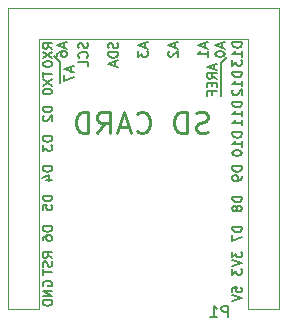
<source format=gbr>
G04 #@! TF.FileFunction,Legend,Bot*
%FSLAX46Y46*%
G04 Gerber Fmt 4.6, Leading zero omitted, Abs format (unit mm)*
G04 Created by KiCad (PCBNEW 4.0.6) date 07/30/17 20:13:49*
%MOMM*%
%LPD*%
G01*
G04 APERTURE LIST*
%ADD10C,0.100000*%
%ADD11C,0.250000*%
%ADD12C,0.150000*%
%ADD13C,0.120000*%
G04 APERTURE END LIST*
D10*
D11*
X156872429Y-74463571D02*
X156615286Y-74549286D01*
X156186715Y-74549286D01*
X156015286Y-74463571D01*
X155929572Y-74377857D01*
X155843857Y-74206429D01*
X155843857Y-74035000D01*
X155929572Y-73863571D01*
X156015286Y-73777857D01*
X156186715Y-73692143D01*
X156529572Y-73606429D01*
X156701000Y-73520714D01*
X156786715Y-73435000D01*
X156872429Y-73263571D01*
X156872429Y-73092143D01*
X156786715Y-72920714D01*
X156701000Y-72835000D01*
X156529572Y-72749286D01*
X156101000Y-72749286D01*
X155843857Y-72835000D01*
X155072429Y-74549286D02*
X155072429Y-72749286D01*
X154643857Y-72749286D01*
X154386714Y-72835000D01*
X154215286Y-73006429D01*
X154129571Y-73177857D01*
X154043857Y-73520714D01*
X154043857Y-73777857D01*
X154129571Y-74120714D01*
X154215286Y-74292143D01*
X154386714Y-74463571D01*
X154643857Y-74549286D01*
X155072429Y-74549286D01*
X150872428Y-74377857D02*
X150958142Y-74463571D01*
X151215285Y-74549286D01*
X151386714Y-74549286D01*
X151643857Y-74463571D01*
X151815285Y-74292143D01*
X151901000Y-74120714D01*
X151986714Y-73777857D01*
X151986714Y-73520714D01*
X151901000Y-73177857D01*
X151815285Y-73006429D01*
X151643857Y-72835000D01*
X151386714Y-72749286D01*
X151215285Y-72749286D01*
X150958142Y-72835000D01*
X150872428Y-72920714D01*
X150186714Y-74035000D02*
X149329571Y-74035000D01*
X150358142Y-74549286D02*
X149758142Y-72749286D01*
X149158142Y-74549286D01*
X147529571Y-74549286D02*
X148129571Y-73692143D01*
X148558143Y-74549286D02*
X148558143Y-72749286D01*
X147872428Y-72749286D01*
X147701000Y-72835000D01*
X147615285Y-72920714D01*
X147529571Y-73092143D01*
X147529571Y-73349286D01*
X147615285Y-73520714D01*
X147701000Y-73606429D01*
X147872428Y-73692143D01*
X148558143Y-73692143D01*
X146758143Y-74549286D02*
X146758143Y-72749286D01*
X146329571Y-72749286D01*
X146072428Y-72835000D01*
X145901000Y-73006429D01*
X145815285Y-73177857D01*
X145729571Y-73520714D01*
X145729571Y-73777857D01*
X145815285Y-74120714D01*
X145901000Y-74292143D01*
X146072428Y-74463571D01*
X146329571Y-74549286D01*
X146758143Y-74549286D01*
D12*
X142931000Y-87515477D02*
X142892905Y-87439286D01*
X142892905Y-87325001D01*
X142931000Y-87210715D01*
X143007190Y-87134524D01*
X143083381Y-87096429D01*
X143235762Y-87058334D01*
X143350048Y-87058334D01*
X143502429Y-87096429D01*
X143578619Y-87134524D01*
X143654810Y-87210715D01*
X143692905Y-87325001D01*
X143692905Y-87401191D01*
X143654810Y-87515477D01*
X143616714Y-87553572D01*
X143350048Y-87553572D01*
X143350048Y-87401191D01*
X143692905Y-87896429D02*
X142892905Y-87896429D01*
X143692905Y-88353572D01*
X142892905Y-88353572D01*
X143692905Y-88734524D02*
X142892905Y-88734524D01*
X142892905Y-88925000D01*
X142931000Y-89039286D01*
X143007190Y-89115477D01*
X143083381Y-89153572D01*
X143235762Y-89191667D01*
X143350048Y-89191667D01*
X143502429Y-89153572D01*
X143578619Y-89115477D01*
X143654810Y-89039286D01*
X143692905Y-88925000D01*
X143692905Y-88734524D01*
X143692905Y-85126905D02*
X143311952Y-84860238D01*
X143692905Y-84669762D02*
X142892905Y-84669762D01*
X142892905Y-84974524D01*
X142931000Y-85050715D01*
X142969095Y-85088810D01*
X143045286Y-85126905D01*
X143159571Y-85126905D01*
X143235762Y-85088810D01*
X143273857Y-85050715D01*
X143311952Y-84974524D01*
X143311952Y-84669762D01*
X143654810Y-85431667D02*
X143692905Y-85545953D01*
X143692905Y-85736429D01*
X143654810Y-85812619D01*
X143616714Y-85850715D01*
X143540524Y-85888810D01*
X143464333Y-85888810D01*
X143388143Y-85850715D01*
X143350048Y-85812619D01*
X143311952Y-85736429D01*
X143273857Y-85584048D01*
X143235762Y-85507857D01*
X143197667Y-85469762D01*
X143121476Y-85431667D01*
X143045286Y-85431667D01*
X142969095Y-85469762D01*
X142931000Y-85507857D01*
X142892905Y-85584048D01*
X142892905Y-85774524D01*
X142931000Y-85888810D01*
X142892905Y-86117381D02*
X142892905Y-86574524D01*
X143692905Y-86345953D02*
X142892905Y-86345953D01*
X143692905Y-82474524D02*
X142892905Y-82474524D01*
X142892905Y-82665000D01*
X142931000Y-82779286D01*
X143007190Y-82855477D01*
X143083381Y-82893572D01*
X143235762Y-82931667D01*
X143350048Y-82931667D01*
X143502429Y-82893572D01*
X143578619Y-82855477D01*
X143654810Y-82779286D01*
X143692905Y-82665000D01*
X143692905Y-82474524D01*
X142892905Y-83617381D02*
X142892905Y-83465000D01*
X142931000Y-83388810D01*
X142969095Y-83350715D01*
X143083381Y-83274524D01*
X143235762Y-83236429D01*
X143540524Y-83236429D01*
X143616714Y-83274524D01*
X143654810Y-83312619D01*
X143692905Y-83388810D01*
X143692905Y-83541191D01*
X143654810Y-83617381D01*
X143616714Y-83655477D01*
X143540524Y-83693572D01*
X143350048Y-83693572D01*
X143273857Y-83655477D01*
X143235762Y-83617381D01*
X143197667Y-83541191D01*
X143197667Y-83388810D01*
X143235762Y-83312619D01*
X143273857Y-83274524D01*
X143350048Y-83236429D01*
X143692905Y-79864524D02*
X142892905Y-79864524D01*
X142892905Y-80055000D01*
X142931000Y-80169286D01*
X143007190Y-80245477D01*
X143083381Y-80283572D01*
X143235762Y-80321667D01*
X143350048Y-80321667D01*
X143502429Y-80283572D01*
X143578619Y-80245477D01*
X143654810Y-80169286D01*
X143692905Y-80055000D01*
X143692905Y-79864524D01*
X142892905Y-81045477D02*
X142892905Y-80664524D01*
X143273857Y-80626429D01*
X143235762Y-80664524D01*
X143197667Y-80740715D01*
X143197667Y-80931191D01*
X143235762Y-81007381D01*
X143273857Y-81045477D01*
X143350048Y-81083572D01*
X143540524Y-81083572D01*
X143616714Y-81045477D01*
X143654810Y-81007381D01*
X143692905Y-80931191D01*
X143692905Y-80740715D01*
X143654810Y-80664524D01*
X143616714Y-80626429D01*
X143692905Y-77394524D02*
X142892905Y-77394524D01*
X142892905Y-77585000D01*
X142931000Y-77699286D01*
X143007190Y-77775477D01*
X143083381Y-77813572D01*
X143235762Y-77851667D01*
X143350048Y-77851667D01*
X143502429Y-77813572D01*
X143578619Y-77775477D01*
X143654810Y-77699286D01*
X143692905Y-77585000D01*
X143692905Y-77394524D01*
X143159571Y-78537381D02*
X143692905Y-78537381D01*
X142854810Y-78346905D02*
X143426238Y-78156429D01*
X143426238Y-78651667D01*
X143692905Y-74854524D02*
X142892905Y-74854524D01*
X142892905Y-75045000D01*
X142931000Y-75159286D01*
X143007190Y-75235477D01*
X143083381Y-75273572D01*
X143235762Y-75311667D01*
X143350048Y-75311667D01*
X143502429Y-75273572D01*
X143578619Y-75235477D01*
X143654810Y-75159286D01*
X143692905Y-75045000D01*
X143692905Y-74854524D01*
X142892905Y-75578334D02*
X142892905Y-76073572D01*
X143197667Y-75806905D01*
X143197667Y-75921191D01*
X143235762Y-75997381D01*
X143273857Y-76035477D01*
X143350048Y-76073572D01*
X143540524Y-76073572D01*
X143616714Y-76035477D01*
X143654810Y-75997381D01*
X143692905Y-75921191D01*
X143692905Y-75692619D01*
X143654810Y-75616429D01*
X143616714Y-75578334D01*
X143692905Y-72324524D02*
X142892905Y-72324524D01*
X142892905Y-72515000D01*
X142931000Y-72629286D01*
X143007190Y-72705477D01*
X143083381Y-72743572D01*
X143235762Y-72781667D01*
X143350048Y-72781667D01*
X143502429Y-72743572D01*
X143578619Y-72705477D01*
X143654810Y-72629286D01*
X143692905Y-72515000D01*
X143692905Y-72324524D01*
X142969095Y-73086429D02*
X142931000Y-73124524D01*
X142892905Y-73200715D01*
X142892905Y-73391191D01*
X142931000Y-73467381D01*
X142969095Y-73505477D01*
X143045286Y-73543572D01*
X143121476Y-73543572D01*
X143235762Y-73505477D01*
X143692905Y-73048334D01*
X143692905Y-73543572D01*
X145294333Y-68973572D02*
X145294333Y-69354524D01*
X145522905Y-68897381D02*
X144722905Y-69164048D01*
X145522905Y-69430715D01*
X144722905Y-69621191D02*
X144722905Y-70154524D01*
X145522905Y-69811667D01*
X144391000Y-68575000D02*
X144391000Y-70315000D01*
X143871000Y-68055000D02*
X144391000Y-68575000D01*
X142892905Y-69364523D02*
X142892905Y-69821666D01*
X143692905Y-69593095D02*
X142892905Y-69593095D01*
X142892905Y-70012143D02*
X143692905Y-70545476D01*
X142892905Y-70545476D02*
X143692905Y-70012143D01*
X142892905Y-71002619D02*
X142892905Y-71078810D01*
X142931000Y-71155000D01*
X142969095Y-71193095D01*
X143045286Y-71231191D01*
X143197667Y-71269286D01*
X143388143Y-71269286D01*
X143540524Y-71231191D01*
X143616714Y-71193095D01*
X143654810Y-71155000D01*
X143692905Y-71078810D01*
X143692905Y-71002619D01*
X143654810Y-70926429D01*
X143616714Y-70888333D01*
X143540524Y-70850238D01*
X143388143Y-70812143D01*
X143197667Y-70812143D01*
X143045286Y-70850238D01*
X142969095Y-70888333D01*
X142931000Y-70926429D01*
X142892905Y-71002619D01*
X143712905Y-67420714D02*
X143331952Y-67154047D01*
X143712905Y-66963571D02*
X142912905Y-66963571D01*
X142912905Y-67268333D01*
X142951000Y-67344524D01*
X142989095Y-67382619D01*
X143065286Y-67420714D01*
X143179571Y-67420714D01*
X143255762Y-67382619D01*
X143293857Y-67344524D01*
X143331952Y-67268333D01*
X143331952Y-66963571D01*
X142912905Y-67687381D02*
X143712905Y-68220714D01*
X142912905Y-68220714D02*
X143712905Y-67687381D01*
X142912905Y-68677857D02*
X142912905Y-68754048D01*
X142951000Y-68830238D01*
X142989095Y-68868333D01*
X143065286Y-68906429D01*
X143217667Y-68944524D01*
X143408143Y-68944524D01*
X143560524Y-68906429D01*
X143636714Y-68868333D01*
X143674810Y-68830238D01*
X143712905Y-68754048D01*
X143712905Y-68677857D01*
X143674810Y-68601667D01*
X143636714Y-68563571D01*
X143560524Y-68525476D01*
X143408143Y-68487381D01*
X143217667Y-68487381D01*
X143065286Y-68525476D01*
X142989095Y-68563571D01*
X142951000Y-68601667D01*
X142912905Y-68677857D01*
X144704333Y-66953572D02*
X144704333Y-67334524D01*
X144932905Y-66877381D02*
X144132905Y-67144048D01*
X144932905Y-67410715D01*
X144132905Y-68020238D02*
X144132905Y-67867857D01*
X144171000Y-67791667D01*
X144209095Y-67753572D01*
X144323381Y-67677381D01*
X144475762Y-67639286D01*
X144780524Y-67639286D01*
X144856714Y-67677381D01*
X144894810Y-67715476D01*
X144932905Y-67791667D01*
X144932905Y-67944048D01*
X144894810Y-68020238D01*
X144856714Y-68058334D01*
X144780524Y-68096429D01*
X144590048Y-68096429D01*
X144513857Y-68058334D01*
X144475762Y-68020238D01*
X144437667Y-67944048D01*
X144437667Y-67791667D01*
X144475762Y-67715476D01*
X144513857Y-67677381D01*
X144590048Y-67639286D01*
X146684810Y-66912619D02*
X146722905Y-67026905D01*
X146722905Y-67217381D01*
X146684810Y-67293571D01*
X146646714Y-67331667D01*
X146570524Y-67369762D01*
X146494333Y-67369762D01*
X146418143Y-67331667D01*
X146380048Y-67293571D01*
X146341952Y-67217381D01*
X146303857Y-67065000D01*
X146265762Y-66988809D01*
X146227667Y-66950714D01*
X146151476Y-66912619D01*
X146075286Y-66912619D01*
X145999095Y-66950714D01*
X145961000Y-66988809D01*
X145922905Y-67065000D01*
X145922905Y-67255476D01*
X145961000Y-67369762D01*
X146646714Y-68169762D02*
X146684810Y-68131667D01*
X146722905Y-68017381D01*
X146722905Y-67941191D01*
X146684810Y-67826905D01*
X146608619Y-67750714D01*
X146532429Y-67712619D01*
X146380048Y-67674524D01*
X146265762Y-67674524D01*
X146113381Y-67712619D01*
X146037190Y-67750714D01*
X145961000Y-67826905D01*
X145922905Y-67941191D01*
X145922905Y-68017381D01*
X145961000Y-68131667D01*
X145999095Y-68169762D01*
X146722905Y-68893572D02*
X146722905Y-68512619D01*
X145922905Y-68512619D01*
X149224810Y-66933572D02*
X149262905Y-67047858D01*
X149262905Y-67238334D01*
X149224810Y-67314524D01*
X149186714Y-67352620D01*
X149110524Y-67390715D01*
X149034333Y-67390715D01*
X148958143Y-67352620D01*
X148920048Y-67314524D01*
X148881952Y-67238334D01*
X148843857Y-67085953D01*
X148805762Y-67009762D01*
X148767667Y-66971667D01*
X148691476Y-66933572D01*
X148615286Y-66933572D01*
X148539095Y-66971667D01*
X148501000Y-67009762D01*
X148462905Y-67085953D01*
X148462905Y-67276429D01*
X148501000Y-67390715D01*
X149262905Y-67733572D02*
X148462905Y-67733572D01*
X148462905Y-67924048D01*
X148501000Y-68038334D01*
X148577190Y-68114525D01*
X148653381Y-68152620D01*
X148805762Y-68190715D01*
X148920048Y-68190715D01*
X149072429Y-68152620D01*
X149148619Y-68114525D01*
X149224810Y-68038334D01*
X149262905Y-67924048D01*
X149262905Y-67733572D01*
X149034333Y-68495477D02*
X149034333Y-68876429D01*
X149262905Y-68419286D02*
X148462905Y-68685953D01*
X149262905Y-68952620D01*
X151544333Y-66953572D02*
X151544333Y-67334524D01*
X151772905Y-66877381D02*
X150972905Y-67144048D01*
X151772905Y-67410715D01*
X150972905Y-67601191D02*
X150972905Y-68096429D01*
X151277667Y-67829762D01*
X151277667Y-67944048D01*
X151315762Y-68020238D01*
X151353857Y-68058334D01*
X151430048Y-68096429D01*
X151620524Y-68096429D01*
X151696714Y-68058334D01*
X151734810Y-68020238D01*
X151772905Y-67944048D01*
X151772905Y-67715476D01*
X151734810Y-67639286D01*
X151696714Y-67601191D01*
X154094333Y-66953572D02*
X154094333Y-67334524D01*
X154322905Y-66877381D02*
X153522905Y-67144048D01*
X154322905Y-67410715D01*
X153599095Y-67639286D02*
X153561000Y-67677381D01*
X153522905Y-67753572D01*
X153522905Y-67944048D01*
X153561000Y-68020238D01*
X153599095Y-68058334D01*
X153675286Y-68096429D01*
X153751476Y-68096429D01*
X153865762Y-68058334D01*
X154322905Y-67601191D01*
X154322905Y-68096429D01*
X157991000Y-68625000D02*
X157991000Y-71465000D01*
X156624333Y-66953572D02*
X156624333Y-67334524D01*
X156852905Y-66877381D02*
X156052905Y-67144048D01*
X156852905Y-67410715D01*
X156852905Y-68096429D02*
X156852905Y-67639286D01*
X156852905Y-67867857D02*
X156052905Y-67867857D01*
X156167190Y-67791667D01*
X156243381Y-67715476D01*
X156281476Y-67639286D01*
X158064333Y-66953572D02*
X158064333Y-67334524D01*
X158292905Y-66877381D02*
X157492905Y-67144048D01*
X158292905Y-67410715D01*
X157492905Y-67829762D02*
X157492905Y-67905953D01*
X157531000Y-67982143D01*
X157569095Y-68020238D01*
X157645286Y-68058334D01*
X157797667Y-68096429D01*
X157988143Y-68096429D01*
X158140524Y-68058334D01*
X158216714Y-68020238D01*
X158254810Y-67982143D01*
X158292905Y-67905953D01*
X158292905Y-67829762D01*
X158254810Y-67753572D01*
X158216714Y-67715476D01*
X158140524Y-67677381D01*
X157988143Y-67639286D01*
X157797667Y-67639286D01*
X157645286Y-67677381D01*
X157569095Y-67715476D01*
X157531000Y-67753572D01*
X157492905Y-67829762D01*
X157384333Y-68789762D02*
X157384333Y-69170714D01*
X157612905Y-68713571D02*
X156812905Y-68980238D01*
X157612905Y-69246905D01*
X157612905Y-69970714D02*
X157231952Y-69704047D01*
X157612905Y-69513571D02*
X156812905Y-69513571D01*
X156812905Y-69818333D01*
X156851000Y-69894524D01*
X156889095Y-69932619D01*
X156965286Y-69970714D01*
X157079571Y-69970714D01*
X157155762Y-69932619D01*
X157193857Y-69894524D01*
X157231952Y-69818333D01*
X157231952Y-69513571D01*
X157193857Y-70313571D02*
X157193857Y-70580238D01*
X157612905Y-70694524D02*
X157612905Y-70313571D01*
X156812905Y-70313571D01*
X156812905Y-70694524D01*
X157193857Y-71304048D02*
X157193857Y-71037381D01*
X157612905Y-71037381D02*
X156812905Y-71037381D01*
X156812905Y-71418334D01*
X158521000Y-68095000D02*
X157991000Y-68625000D01*
X159762905Y-66873571D02*
X158962905Y-66873571D01*
X158962905Y-67064047D01*
X159001000Y-67178333D01*
X159077190Y-67254524D01*
X159153381Y-67292619D01*
X159305762Y-67330714D01*
X159420048Y-67330714D01*
X159572429Y-67292619D01*
X159648619Y-67254524D01*
X159724810Y-67178333D01*
X159762905Y-67064047D01*
X159762905Y-66873571D01*
X159762905Y-68092619D02*
X159762905Y-67635476D01*
X159762905Y-67864047D02*
X158962905Y-67864047D01*
X159077190Y-67787857D01*
X159153381Y-67711666D01*
X159191476Y-67635476D01*
X158962905Y-68359286D02*
X158962905Y-68854524D01*
X159267667Y-68587857D01*
X159267667Y-68702143D01*
X159305762Y-68778333D01*
X159343857Y-68816429D01*
X159420048Y-68854524D01*
X159610524Y-68854524D01*
X159686714Y-68816429D01*
X159724810Y-68778333D01*
X159762905Y-68702143D01*
X159762905Y-68473571D01*
X159724810Y-68397381D01*
X159686714Y-68359286D01*
X159762905Y-69383571D02*
X158962905Y-69383571D01*
X158962905Y-69574047D01*
X159001000Y-69688333D01*
X159077190Y-69764524D01*
X159153381Y-69802619D01*
X159305762Y-69840714D01*
X159420048Y-69840714D01*
X159572429Y-69802619D01*
X159648619Y-69764524D01*
X159724810Y-69688333D01*
X159762905Y-69574047D01*
X159762905Y-69383571D01*
X159762905Y-70602619D02*
X159762905Y-70145476D01*
X159762905Y-70374047D02*
X158962905Y-70374047D01*
X159077190Y-70297857D01*
X159153381Y-70221666D01*
X159191476Y-70145476D01*
X159039095Y-70907381D02*
X159001000Y-70945476D01*
X158962905Y-71021667D01*
X158962905Y-71212143D01*
X159001000Y-71288333D01*
X159039095Y-71326429D01*
X159115286Y-71364524D01*
X159191476Y-71364524D01*
X159305762Y-71326429D01*
X159762905Y-70869286D01*
X159762905Y-71364524D01*
X159762905Y-71933571D02*
X158962905Y-71933571D01*
X158962905Y-72124047D01*
X159001000Y-72238333D01*
X159077190Y-72314524D01*
X159153381Y-72352619D01*
X159305762Y-72390714D01*
X159420048Y-72390714D01*
X159572429Y-72352619D01*
X159648619Y-72314524D01*
X159724810Y-72238333D01*
X159762905Y-72124047D01*
X159762905Y-71933571D01*
X159762905Y-73152619D02*
X159762905Y-72695476D01*
X159762905Y-72924047D02*
X158962905Y-72924047D01*
X159077190Y-72847857D01*
X159153381Y-72771666D01*
X159191476Y-72695476D01*
X159762905Y-73914524D02*
X159762905Y-73457381D01*
X159762905Y-73685952D02*
X158962905Y-73685952D01*
X159077190Y-73609762D01*
X159153381Y-73533571D01*
X159191476Y-73457381D01*
X159762905Y-74493571D02*
X158962905Y-74493571D01*
X158962905Y-74684047D01*
X159001000Y-74798333D01*
X159077190Y-74874524D01*
X159153381Y-74912619D01*
X159305762Y-74950714D01*
X159420048Y-74950714D01*
X159572429Y-74912619D01*
X159648619Y-74874524D01*
X159724810Y-74798333D01*
X159762905Y-74684047D01*
X159762905Y-74493571D01*
X159762905Y-75712619D02*
X159762905Y-75255476D01*
X159762905Y-75484047D02*
X158962905Y-75484047D01*
X159077190Y-75407857D01*
X159153381Y-75331666D01*
X159191476Y-75255476D01*
X158962905Y-76207857D02*
X158962905Y-76284048D01*
X159001000Y-76360238D01*
X159039095Y-76398333D01*
X159115286Y-76436429D01*
X159267667Y-76474524D01*
X159458143Y-76474524D01*
X159610524Y-76436429D01*
X159686714Y-76398333D01*
X159724810Y-76360238D01*
X159762905Y-76284048D01*
X159762905Y-76207857D01*
X159724810Y-76131667D01*
X159686714Y-76093571D01*
X159610524Y-76055476D01*
X159458143Y-76017381D01*
X159267667Y-76017381D01*
X159115286Y-76055476D01*
X159039095Y-76093571D01*
X159001000Y-76131667D01*
X158962905Y-76207857D01*
X159752905Y-77394524D02*
X158952905Y-77394524D01*
X158952905Y-77585000D01*
X158991000Y-77699286D01*
X159067190Y-77775477D01*
X159143381Y-77813572D01*
X159295762Y-77851667D01*
X159410048Y-77851667D01*
X159562429Y-77813572D01*
X159638619Y-77775477D01*
X159714810Y-77699286D01*
X159752905Y-77585000D01*
X159752905Y-77394524D01*
X159752905Y-78232619D02*
X159752905Y-78385000D01*
X159714810Y-78461191D01*
X159676714Y-78499286D01*
X159562429Y-78575477D01*
X159410048Y-78613572D01*
X159105286Y-78613572D01*
X159029095Y-78575477D01*
X158991000Y-78537381D01*
X158952905Y-78461191D01*
X158952905Y-78308810D01*
X158991000Y-78232619D01*
X159029095Y-78194524D01*
X159105286Y-78156429D01*
X159295762Y-78156429D01*
X159371952Y-78194524D01*
X159410048Y-78232619D01*
X159448143Y-78308810D01*
X159448143Y-78461191D01*
X159410048Y-78537381D01*
X159371952Y-78575477D01*
X159295762Y-78613572D01*
X159762905Y-79964524D02*
X158962905Y-79964524D01*
X158962905Y-80155000D01*
X159001000Y-80269286D01*
X159077190Y-80345477D01*
X159153381Y-80383572D01*
X159305762Y-80421667D01*
X159420048Y-80421667D01*
X159572429Y-80383572D01*
X159648619Y-80345477D01*
X159724810Y-80269286D01*
X159762905Y-80155000D01*
X159762905Y-79964524D01*
X159305762Y-80878810D02*
X159267667Y-80802619D01*
X159229571Y-80764524D01*
X159153381Y-80726429D01*
X159115286Y-80726429D01*
X159039095Y-80764524D01*
X159001000Y-80802619D01*
X158962905Y-80878810D01*
X158962905Y-81031191D01*
X159001000Y-81107381D01*
X159039095Y-81145477D01*
X159115286Y-81183572D01*
X159153381Y-81183572D01*
X159229571Y-81145477D01*
X159267667Y-81107381D01*
X159305762Y-81031191D01*
X159305762Y-80878810D01*
X159343857Y-80802619D01*
X159381952Y-80764524D01*
X159458143Y-80726429D01*
X159610524Y-80726429D01*
X159686714Y-80764524D01*
X159724810Y-80802619D01*
X159762905Y-80878810D01*
X159762905Y-81031191D01*
X159724810Y-81107381D01*
X159686714Y-81145477D01*
X159610524Y-81183572D01*
X159458143Y-81183572D01*
X159381952Y-81145477D01*
X159343857Y-81107381D01*
X159305762Y-81031191D01*
X159762905Y-82484524D02*
X158962905Y-82484524D01*
X158962905Y-82675000D01*
X159001000Y-82789286D01*
X159077190Y-82865477D01*
X159153381Y-82903572D01*
X159305762Y-82941667D01*
X159420048Y-82941667D01*
X159572429Y-82903572D01*
X159648619Y-82865477D01*
X159724810Y-82789286D01*
X159762905Y-82675000D01*
X159762905Y-82484524D01*
X158962905Y-83208334D02*
X158962905Y-83741667D01*
X159762905Y-83398810D01*
X158962905Y-84604524D02*
X158962905Y-85099762D01*
X159267667Y-84833095D01*
X159267667Y-84947381D01*
X159305762Y-85023571D01*
X159343857Y-85061667D01*
X159420048Y-85099762D01*
X159610524Y-85099762D01*
X159686714Y-85061667D01*
X159724810Y-85023571D01*
X159762905Y-84947381D01*
X159762905Y-84718809D01*
X159724810Y-84642619D01*
X159686714Y-84604524D01*
X158962905Y-85328333D02*
X159762905Y-85595000D01*
X158962905Y-85861667D01*
X158962905Y-86052143D02*
X158962905Y-86547381D01*
X159267667Y-86280714D01*
X159267667Y-86395000D01*
X159305762Y-86471190D01*
X159343857Y-86509286D01*
X159420048Y-86547381D01*
X159610524Y-86547381D01*
X159686714Y-86509286D01*
X159724810Y-86471190D01*
X159762905Y-86395000D01*
X159762905Y-86166428D01*
X159724810Y-86090238D01*
X159686714Y-86052143D01*
X158962905Y-88022620D02*
X158962905Y-87641667D01*
X159343857Y-87603572D01*
X159305762Y-87641667D01*
X159267667Y-87717858D01*
X159267667Y-87908334D01*
X159305762Y-87984524D01*
X159343857Y-88022620D01*
X159420048Y-88060715D01*
X159610524Y-88060715D01*
X159686714Y-88022620D01*
X159724810Y-87984524D01*
X159762905Y-87908334D01*
X159762905Y-87717858D01*
X159724810Y-87641667D01*
X159686714Y-87603572D01*
X158962905Y-88289286D02*
X159762905Y-88555953D01*
X158962905Y-88822620D01*
D13*
X139919400Y-89493400D02*
X139919400Y-63973400D01*
X139919400Y-63973400D02*
X162899400Y-63973400D01*
X162899400Y-89493400D02*
X162899400Y-63973400D01*
X160239400Y-89493400D02*
X160239400Y-66633400D01*
X160239400Y-66633400D02*
X142579400Y-66633400D01*
X142579400Y-89493400D02*
X142579400Y-66633400D01*
X142579400Y-89493400D02*
X142579400Y-82683400D01*
X162899400Y-89493400D02*
X160239400Y-89493400D01*
X139919400Y-89493400D02*
X142579400Y-89493400D01*
X162899400Y-67843400D02*
X162899400Y-66513400D01*
D12*
X158599095Y-90167381D02*
X158599095Y-89167381D01*
X158218142Y-89167381D01*
X158122904Y-89215000D01*
X158075285Y-89262619D01*
X158027666Y-89357857D01*
X158027666Y-89500714D01*
X158075285Y-89595952D01*
X158122904Y-89643571D01*
X158218142Y-89691190D01*
X158599095Y-89691190D01*
X157075285Y-90167381D02*
X157646714Y-90167381D01*
X157361000Y-90167381D02*
X157361000Y-89167381D01*
X157456238Y-89310238D01*
X157551476Y-89405476D01*
X157646714Y-89453095D01*
M02*

</source>
